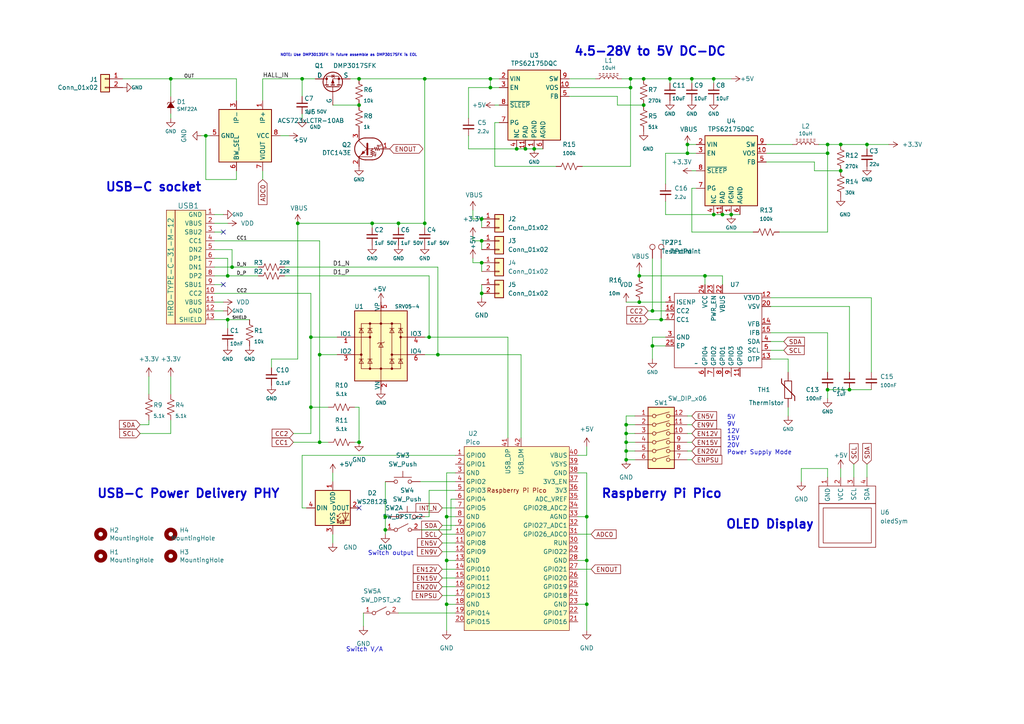
<source format=kicad_sch>
(kicad_sch (version 20230121) (generator eeschema)
  (paper "A4")
  (junction (at 186.69 22.86))
  (junction (at 111.76 153.67))
  (junction (at 115.57 64.77))
  (junction (at 170.18 149.86))
  (junction (at 194.31 22.86))
  (junction (at 111.76 149.86))
  (junction (at 182.88 25.4))
  (junction (at 139.7 69.85))
  (junction (at 139.7 76.2))
  (junction (at 181.61 133.35))
  (junction (at 104.14 22.86))
  (junction (at 243.84 49.53))
  (junction (at 246.38 113.03))
  (junction (at 123.19 64.77))
  (junction (at 149.86 43.18))
  (junction (at 209.55 62.23))
  (junction (at 204.47 80.01))
  (junction (at 142.24 25.4))
  (junction (at 139.7 63.5))
  (junction (at 240.03 44.45))
  (junction (at 181.61 123.19))
  (junction (at 66.04 92.71))
  (junction (at 129.54 149.86))
  (junction (at 104.14 30.48))
  (junction (at 240.03 113.03))
  (junction (at 124.46 97.79))
  (junction (at 123.19 22.86))
  (junction (at 90.17 97.79))
  (junction (at 181.61 128.27))
  (junction (at 59.69 39.37))
  (junction (at 181.61 125.73))
  (junction (at 181.61 130.81))
  (junction (at 185.42 80.01))
  (junction (at 240.03 41.91))
  (junction (at 207.01 62.23))
  (junction (at 251.46 41.91))
  (junction (at 92.71 102.87))
  (junction (at 199.39 41.91))
  (junction (at 186.69 30.48))
  (junction (at 129.54 162.56))
  (junction (at 90.17 118.11))
  (junction (at 92.71 128.27))
  (junction (at 199.39 44.45))
  (junction (at 129.54 175.26))
  (junction (at 142.24 22.86))
  (junction (at 152.4 43.18))
  (junction (at 66.04 80.01))
  (junction (at 189.23 90.17))
  (junction (at 212.09 62.23))
  (junction (at 86.36 64.77))
  (junction (at 170.18 162.56))
  (junction (at 127 102.87))
  (junction (at 207.01 22.86))
  (junction (at 189.23 100.33))
  (junction (at 49.53 22.86))
  (junction (at 185.42 87.63))
  (junction (at 154.94 43.18))
  (junction (at 200.66 22.86))
  (junction (at 243.84 41.91))
  (junction (at 170.18 175.26))
  (junction (at 182.88 22.86))
  (junction (at 104.14 128.27))
  (junction (at 67.31 77.47))
  (junction (at 107.95 64.77))
  (junction (at 87.63 22.86))
  (junction (at 139.7 85.09))
  (junction (at 191.77 92.71))
  (no_connect (at 64.77 67.31))
  (no_connect (at 104.14 147.32))
  (no_connect (at 64.77 82.55))
  (wire (pts (xy 243.84 41.91) (xy 251.46 41.91)))
  (wire (pts (xy 49.53 125.73) (xy 40.64 125.73)))
  (wire (pts (xy 181.61 130.81) (xy 184.15 130.81)))
  (wire (pts (xy 67.31 72.39) (xy 67.31 77.47)))
  (wire (pts (xy 193.04 44.45) (xy 193.04 53.34)))
  (wire (pts (xy 128.27 172.72) (xy 132.08 172.72)))
  (wire (pts (xy 111.76 149.86) (xy 113.03 149.86)))
  (wire (pts (xy 49.53 121.92) (xy 49.53 125.73)))
  (wire (pts (xy 251.46 41.91) (xy 257.81 41.91)))
  (wire (pts (xy 129.54 149.86) (xy 129.54 137.16)))
  (wire (pts (xy 182.88 25.4) (xy 182.88 22.86)))
  (wire (pts (xy 129.54 175.26) (xy 129.54 182.88)))
  (wire (pts (xy 251.46 43.18) (xy 251.46 41.91)))
  (wire (pts (xy 199.39 120.65) (xy 200.66 120.65)))
  (wire (pts (xy 207.01 22.86) (xy 207.01 24.13)))
  (wire (pts (xy 240.03 113.03) (xy 240.03 115.57)))
  (wire (pts (xy 86.36 64.77) (xy 107.95 64.77)))
  (wire (pts (xy 62.23 92.71) (xy 66.04 92.71)))
  (wire (pts (xy 194.31 24.13) (xy 194.31 22.86)))
  (wire (pts (xy 87.63 22.86) (xy 91.44 22.86)))
  (wire (pts (xy 123.19 66.04) (xy 123.19 64.77)))
  (wire (pts (xy 139.7 63.5) (xy 139.7 66.04)))
  (wire (pts (xy 86.36 104.14) (xy 86.36 64.77)))
  (wire (pts (xy 115.57 64.77) (xy 123.19 64.77)))
  (wire (pts (xy 68.58 49.53) (xy 68.58 52.07)))
  (wire (pts (xy 43.18 121.92) (xy 43.18 123.19)))
  (wire (pts (xy 199.39 128.27) (xy 200.66 128.27)))
  (wire (pts (xy 243.84 135.89) (xy 243.84 138.43)))
  (wire (pts (xy 66.04 74.93) (xy 66.04 80.01)))
  (wire (pts (xy 199.39 44.45) (xy 193.04 44.45)))
  (wire (pts (xy 199.39 125.73) (xy 200.66 125.73)))
  (wire (pts (xy 170.18 175.26) (xy 170.18 162.56)))
  (wire (pts (xy 151.13 102.87) (xy 151.13 127)))
  (wire (pts (xy 144.78 22.86) (xy 142.24 22.86)))
  (wire (pts (xy 204.47 82.55) (xy 204.47 80.01)))
  (wire (pts (xy 181.61 130.81) (xy 181.61 133.35)))
  (wire (pts (xy 90.17 118.11) (xy 90.17 97.79)))
  (wire (pts (xy 82.55 77.47) (xy 127 77.47)))
  (wire (pts (xy 147.32 97.79) (xy 147.32 127)))
  (wire (pts (xy 193.04 62.23) (xy 207.01 62.23)))
  (wire (pts (xy 191.77 92.71) (xy 193.04 92.71)))
  (wire (pts (xy 128.27 160.02) (xy 132.08 160.02)))
  (wire (pts (xy 62.23 64.77) (xy 66.04 64.77)))
  (wire (pts (xy 129.54 149.86) (xy 129.54 162.56)))
  (wire (pts (xy 182.88 22.86) (xy 186.69 22.86)))
  (wire (pts (xy 96.52 30.48) (xy 104.14 30.48)))
  (wire (pts (xy 199.39 133.35) (xy 200.66 133.35)))
  (wire (pts (xy 62.23 85.09) (xy 90.17 85.09)))
  (wire (pts (xy 102.87 128.27) (xy 104.14 128.27)))
  (wire (pts (xy 251.46 134.62) (xy 251.46 138.43)))
  (wire (pts (xy 209.55 62.23) (xy 212.09 62.23)))
  (wire (pts (xy 62.23 80.01) (xy 66.04 80.01)))
  (wire (pts (xy 212.09 62.23) (xy 214.63 62.23)))
  (wire (pts (xy 87.63 22.86) (xy 76.2 22.86)))
  (wire (pts (xy 128.27 154.94) (xy 132.08 154.94)))
  (wire (pts (xy 76.2 22.86) (xy 76.2 29.21)))
  (wire (pts (xy 181.61 133.35) (xy 184.15 133.35)))
  (wire (pts (xy 179.07 30.48) (xy 179.07 27.94)))
  (wire (pts (xy 66.04 95.25) (xy 66.04 92.71)))
  (wire (pts (xy 199.39 123.19) (xy 200.66 123.19)))
  (wire (pts (xy 226.06 67.31) (xy 240.03 67.31)))
  (wire (pts (xy 115.57 66.04) (xy 115.57 64.77)))
  (wire (pts (xy 102.87 118.11) (xy 104.14 118.11)))
  (wire (pts (xy 49.53 27.94) (xy 49.53 22.86)))
  (wire (pts (xy 143.51 35.56) (xy 144.78 35.56)))
  (wire (pts (xy 181.61 120.65) (xy 184.15 120.65)))
  (wire (pts (xy 252.73 107.95) (xy 252.73 86.36)))
  (wire (pts (xy 64.77 87.63) (xy 62.23 87.63)))
  (wire (pts (xy 193.04 87.63) (xy 185.42 87.63)))
  (wire (pts (xy 78.74 104.14) (xy 86.36 104.14)))
  (wire (pts (xy 59.69 52.07) (xy 59.69 39.37)))
  (wire (pts (xy 64.77 62.23) (xy 62.23 62.23)))
  (wire (pts (xy 128.27 170.18) (xy 132.08 170.18)))
  (wire (pts (xy 194.31 22.86) (xy 200.66 22.86)))
  (wire (pts (xy 189.23 100.33) (xy 193.04 100.33)))
  (wire (pts (xy 222.25 44.45) (xy 240.03 44.45)))
  (wire (pts (xy 92.71 128.27) (xy 85.09 128.27)))
  (wire (pts (xy 143.51 35.56) (xy 143.51 48.26)))
  (wire (pts (xy 64.77 90.17) (xy 62.23 90.17)))
  (wire (pts (xy 240.03 96.52) (xy 223.52 96.52)))
  (wire (pts (xy 124.46 142.24) (xy 132.08 142.24)))
  (wire (pts (xy 240.03 41.91) (xy 237.49 41.91)))
  (wire (pts (xy 128.27 152.4) (xy 132.08 152.4)))
  (wire (pts (xy 62.23 77.47) (xy 67.31 77.47)))
  (wire (pts (xy 223.52 101.6) (xy 227.33 101.6)))
  (wire (pts (xy 181.61 123.19) (xy 184.15 123.19)))
  (wire (pts (xy 201.93 44.45) (xy 199.39 44.45)))
  (wire (pts (xy 137.16 76.2) (xy 139.7 76.2)))
  (wire (pts (xy 129.54 162.56) (xy 132.08 162.56)))
  (wire (pts (xy 137.16 68.58) (xy 137.16 69.85)))
  (wire (pts (xy 115.57 177.8) (xy 132.08 177.8)))
  (wire (pts (xy 139.7 82.55) (xy 139.7 85.09)))
  (wire (pts (xy 83.82 39.37) (xy 81.28 39.37)))
  (wire (pts (xy 49.53 33.02) (xy 49.53 34.29)))
  (wire (pts (xy 82.55 80.01) (xy 124.46 80.01)))
  (wire (pts (xy 49.53 22.86) (xy 68.58 22.86)))
  (wire (pts (xy 74.93 80.01) (xy 66.04 80.01)))
  (wire (pts (xy 199.39 44.45) (xy 199.39 41.91)))
  (wire (pts (xy 223.52 99.06) (xy 227.33 99.06)))
  (wire (pts (xy 142.24 25.4) (xy 135.89 25.4)))
  (wire (pts (xy 193.04 58.42) (xy 193.04 62.23)))
  (wire (pts (xy 121.92 153.67) (xy 130.81 153.67)))
  (wire (pts (xy 123.19 97.79) (xy 124.46 97.79)))
  (wire (pts (xy 201.93 41.91) (xy 199.39 41.91)))
  (wire (pts (xy 209.55 82.55) (xy 209.55 80.01)))
  (wire (pts (xy 152.4 43.18) (xy 154.94 43.18)))
  (wire (pts (xy 97.79 102.87) (xy 92.71 102.87)))
  (wire (pts (xy 92.71 102.87) (xy 92.71 69.85)))
  (wire (pts (xy 191.77 74.93) (xy 191.77 92.71)))
  (wire (pts (xy 187.96 92.71) (xy 191.77 92.71)))
  (wire (pts (xy 179.07 30.48) (xy 186.69 30.48)))
  (wire (pts (xy 165.1 27.94) (xy 179.07 27.94)))
  (wire (pts (xy 87.63 147.32) (xy 88.9 147.32)))
  (wire (pts (xy 240.03 107.95) (xy 240.03 96.52)))
  (wire (pts (xy 64.77 82.55) (xy 62.23 82.55)))
  (wire (pts (xy 104.14 118.11) (xy 104.14 128.27)))
  (wire (pts (xy 228.6 107.95) (xy 228.6 104.14)))
  (wire (pts (xy 87.63 34.29) (xy 87.63 33.02)))
  (wire (pts (xy 87.63 132.08) (xy 87.63 147.32)))
  (wire (pts (xy 232.41 135.89) (xy 232.41 139.7)))
  (wire (pts (xy 90.17 125.73) (xy 90.17 118.11)))
  (wire (pts (xy 97.79 97.79) (xy 90.17 97.79)))
  (wire (pts (xy 187.96 90.17) (xy 189.23 90.17)))
  (wire (pts (xy 135.89 25.4) (xy 135.89 34.29)))
  (wire (pts (xy 199.39 130.81) (xy 200.66 130.81)))
  (wire (pts (xy 200.66 54.61) (xy 200.66 67.31)))
  (wire (pts (xy 246.38 88.9) (xy 223.52 88.9)))
  (wire (pts (xy 189.23 74.93) (xy 189.23 90.17)))
  (wire (pts (xy 129.54 175.26) (xy 132.08 175.26)))
  (wire (pts (xy 200.66 24.13) (xy 200.66 22.86)))
  (wire (pts (xy 252.73 86.36) (xy 223.52 86.36)))
  (wire (pts (xy 222.25 41.91) (xy 229.87 41.91)))
  (wire (pts (xy 189.23 97.79) (xy 189.23 100.33)))
  (wire (pts (xy 144.78 25.4) (xy 142.24 25.4)))
  (wire (pts (xy 181.61 120.65) (xy 181.61 123.19)))
  (wire (pts (xy 105.41 177.8) (xy 105.41 181.61)))
  (wire (pts (xy 128.27 147.32) (xy 132.08 147.32)))
  (wire (pts (xy 236.22 49.53) (xy 236.22 46.99)))
  (wire (pts (xy 222.25 46.99) (xy 236.22 46.99)))
  (wire (pts (xy 240.03 135.89) (xy 232.41 135.89)))
  (wire (pts (xy 68.58 29.21) (xy 68.58 22.86)))
  (wire (pts (xy 201.93 49.53) (xy 200.66 49.53)))
  (wire (pts (xy 137.16 63.5) (xy 139.7 63.5)))
  (wire (pts (xy 111.76 153.67) (xy 111.76 154.94)))
  (wire (pts (xy 167.64 132.08) (xy 170.18 132.08)))
  (wire (pts (xy 95.25 118.11) (xy 90.17 118.11)))
  (wire (pts (xy 128.27 157.48) (xy 132.08 157.48)))
  (wire (pts (xy 240.03 41.91) (xy 243.84 41.91)))
  (wire (pts (xy 149.86 43.18) (xy 152.4 43.18)))
  (wire (pts (xy 124.46 80.01) (xy 124.46 97.79)))
  (wire (pts (xy 92.71 102.87) (xy 92.71 128.27)))
  (wire (pts (xy 85.09 125.73) (xy 90.17 125.73)))
  (wire (pts (xy 123.19 22.86) (xy 142.24 22.86)))
  (wire (pts (xy 96.52 137.16) (xy 96.52 139.7)))
  (wire (pts (xy 139.7 69.85) (xy 139.7 72.39)))
  (wire (pts (xy 124.46 149.86) (xy 124.46 142.24)))
  (wire (pts (xy 137.16 69.85) (xy 139.7 69.85)))
  (wire (pts (xy 240.03 44.45) (xy 240.03 41.91)))
  (wire (pts (xy 240.03 113.03) (xy 246.38 113.03)))
  (wire (pts (xy 144.78 30.48) (xy 143.51 30.48)))
  (wire (pts (xy 78.74 106.68) (xy 78.74 104.14)))
  (wire (pts (xy 137.16 74.93) (xy 137.16 76.2)))
  (wire (pts (xy 62.23 72.39) (xy 67.31 72.39)))
  (wire (pts (xy 96.52 154.94) (xy 96.52 157.48)))
  (wire (pts (xy 111.76 139.7) (xy 111.76 149.86)))
  (wire (pts (xy 170.18 162.56) (xy 170.18 149.86)))
  (wire (pts (xy 182.88 48.26) (xy 182.88 25.4)))
  (wire (pts (xy 167.64 175.26) (xy 170.18 175.26)))
  (wire (pts (xy 139.7 76.2) (xy 139.7 78.74)))
  (wire (pts (xy 193.04 97.79) (xy 189.23 97.79)))
  (wire (pts (xy 185.42 80.01) (xy 185.42 78.74)))
  (wire (pts (xy 129.54 175.26) (xy 129.54 162.56)))
  (wire (pts (xy 167.64 154.94) (xy 171.45 154.94)))
  (wire (pts (xy 207.01 22.86) (xy 212.09 22.86)))
  (wire (pts (xy 68.58 52.07) (xy 59.69 52.07)))
  (wire (pts (xy 207.01 62.23) (xy 209.55 62.23)))
  (wire (pts (xy 236.22 49.53) (xy 243.84 49.53)))
  (wire (pts (xy 167.64 162.56) (xy 170.18 162.56)))
  (wire (pts (xy 107.95 66.04) (xy 107.95 64.77)))
  (wire (pts (xy 167.64 149.86) (xy 170.18 149.86)))
  (wire (pts (xy 87.63 27.94) (xy 87.63 22.86)))
  (wire (pts (xy 228.6 104.14) (xy 223.52 104.14)))
  (wire (pts (xy 246.38 107.95) (xy 246.38 88.9)))
  (wire (pts (xy 204.47 80.01) (xy 185.42 80.01)))
  (wire (pts (xy 135.89 39.37) (xy 135.89 43.18)))
  (wire (pts (xy 246.38 113.03) (xy 252.73 113.03)))
  (wire (pts (xy 137.16 60.96) (xy 137.16 63.5)))
  (wire (pts (xy 64.77 67.31) (xy 62.23 67.31)))
  (wire (pts (xy 240.03 138.43) (xy 240.03 135.89)))
  (wire (pts (xy 129.54 149.86) (xy 132.08 149.86)))
  (wire (pts (xy 168.91 48.26) (xy 182.88 48.26)))
  (wire (pts (xy 87.63 132.08) (xy 132.08 132.08)))
  (wire (pts (xy 121.92 139.7) (xy 132.08 139.7)))
  (wire (pts (xy 43.18 123.19) (xy 40.64 123.19)))
  (wire (pts (xy 67.31 77.47) (xy 74.93 77.47)))
  (wire (pts (xy 128.27 167.64) (xy 132.08 167.64)))
  (wire (pts (xy 167.64 165.1) (xy 171.45 165.1)))
  (wire (pts (xy 60.96 39.37) (xy 59.69 39.37)))
  (wire (pts (xy 182.88 22.86) (xy 180.34 22.86)))
  (wire (pts (xy 135.89 43.18) (xy 149.86 43.18)))
  (wire (pts (xy 49.53 109.22) (xy 49.53 114.3)))
  (wire (pts (xy 170.18 182.88) (xy 170.18 175.26)))
  (wire (pts (xy 170.18 132.08) (xy 170.18 129.54)))
  (wire (pts (xy 189.23 90.17) (xy 193.04 90.17)))
  (wire (pts (xy 200.66 54.61) (xy 201.93 54.61)))
  (wire (pts (xy 200.66 22.86) (xy 207.01 22.86)))
  (wire (pts (xy 124.46 97.79) (xy 147.32 97.79)))
  (wire (pts (xy 59.69 39.37) (xy 58.42 39.37)))
  (wire (pts (xy 62.23 69.85) (xy 92.71 69.85)))
  (wire (pts (xy 130.81 144.78) (xy 132.08 144.78)))
  (wire (pts (xy 170.18 137.16) (xy 167.64 137.16)))
  (wire (pts (xy 240.03 67.31) (xy 240.03 44.45)))
  (wire (pts (xy 186.69 22.86) (xy 194.31 22.86)))
  (wire (pts (xy 181.61 128.27) (xy 184.15 128.27)))
  (wire (pts (xy 101.6 22.86) (xy 104.14 22.86)))
  (wire (pts (xy 142.24 25.4) (xy 142.24 22.86)))
  (wire (pts (xy 200.66 67.31) (xy 218.44 67.31)))
  (wire (pts (xy 72.39 92.71) (xy 66.04 92.71)))
  (wire (pts (xy 111.76 149.86) (xy 111.76 153.67)))
  (wire (pts (xy 129.54 137.16) (xy 132.08 137.16)))
  (wire (pts (xy 127 102.87) (xy 151.13 102.87)))
  (wire (pts (xy 170.18 149.86) (xy 170.18 137.16)))
  (wire (pts (xy 104.14 22.86) (xy 123.19 22.86)))
  (wire (pts (xy 123.19 22.86) (xy 123.19 64.77)))
  (wire (pts (xy 123.19 102.87) (xy 127 102.87)))
  (wire (pts (xy 43.18 109.22) (xy 43.18 114.3)))
  (wire (pts (xy 130.81 153.67) (xy 130.81 144.78)))
  (wire (pts (xy 209.55 80.01) (xy 204.47 80.01)))
  (wire (pts (xy 90.17 97.79) (xy 90.17 85.09)))
  (wire (pts (xy 76.2 49.53) (xy 76.2 52.07)))
  (wire (pts (xy 95.25 128.27) (xy 92.71 128.27)))
  (wire (pts (xy 143.51 48.26) (xy 161.29 48.26)))
  (wire (pts (xy 62.23 74.93) (xy 66.04 74.93)))
  (wire (pts (xy 181.61 123.19) (xy 181.61 125.73)))
  (wire (pts (xy 189.23 100.33) (xy 189.23 104.14)))
  (wire (pts (xy 165.1 25.4) (xy 182.88 25.4)))
  (wire (pts (xy 35.56 22.86) (xy 49.53 22.86)))
  (wire (pts (xy 228.6 118.11) (xy 228.6 120.65)))
  (wire (pts (xy 181.61 125.73) (xy 184.15 125.73)))
  (wire (pts (xy 139.7 85.09) (xy 139.7 86.36)))
  (wire (pts (xy 165.1 22.86) (xy 172.72 22.86)))
  (wire (pts (xy 107.95 64.77) (xy 115.57 64.77)))
  (wire (pts (xy 154.94 43.18) (xy 157.48 43.18)))
  (wire (pts (xy 181.61 128.27) (xy 181.61 130.81)))
  (wire (pts (xy 247.65 134.62) (xy 247.65 138.43)))
  (wire (pts (xy 123.19 149.86) (xy 124.46 149.86)))
  (wire (pts (xy 127 77.47) (xy 127 102.87)))
  (wire (pts (xy 181.61 87.63) (xy 185.42 87.63)))
  (wire (pts (xy 128.27 165.1) (xy 132.08 165.1)))
  (wire (pts (xy 181.61 125.73) (xy 181.61 128.27)))
  (text "Switch V/A" (at 100.33 189.23 0) (effects (font (size 1.27 1.27)) (justify left bottom)))
  (text "5V\n9V\n12V\n15V\n20V\nPower Supply Mode" (at 210.82 132.08 0) (effects (font (size 1.27 1.27)) (justify left bottom)))
  (text "Switch output" (at 106.68 161.29 0) (effects (font (size 1.27 1.27)) (justify left bottom)))
  (text "OLED Display\n" (at 236.22 153.67 0) (effects (font (size 2.54 2.54) (thickness 0.508) bold) (justify right bottom)))
  (text "Raspberry Pi Pico\n" (at 209.55 144.78 0) (effects (font (size 2.54 2.54) (thickness 0.508) bold) (justify right bottom)))
  (text "4.5-28V to 5V DC-DC" (at 166.37 16.51 0) (effects (font (size 2.54 2.54) (thickness 0.508) bold) (justify left bottom)))
  (text "USB-C Power Delivery PHY" (at 81.28 144.78 0) (effects (font (size 2.54 2.54) (thickness 0.508) bold) (justify right bottom)))
  (text "NOTE: Use DMP3013SFK in future assemble as DMP3017SFK is EOL" (at 81.28 16.51 0) (effects (font (size 0.762 0.762)) (justify left bottom)))
  (text "USB-C socket" (at 30.48 55.88 0) (effects (font (size 2.54 2.54) (thickness 0.508) bold) (justify left bottom)))
  (label "OUT" (at 53.34 22.86 0) (effects (font (size 0.9906 0.9906))))
  (label "D1_P" (at 96.52 80.01 0))
  (label "D_P" (at 68.58 80.01 0) (effects (font (size 0.9906 0.9906))))
  (label "SHIELD" (at 67.31 92.71 0) (effects (font (size 0.7874 0.7874))))
  (label "CC2" (at 68.58 85.09 0) (effects (font (size 0.9906 0.9906))))
  (label "HALL_IN" (at 76.2 22.86 0))
  (label "D_N" (at 68.58 77.47 0) (effects (font (size 0.9906 0.9906))))
  (label "D1_N" (at 96.52 77.47 0))
  (label "CC1" (at 68.58 69.85 0) (effects (font (size 0.9906 0.9906))))
  (global_label "CC1" (shape input) (at 187.96 92.71 180) (property "Intersheetrefs" "${INTERSHEET_REFS}" (effects hide)))
  (global_label "INT_N" (shape input) (at 128.27 147.32 180) (property "Intersheetrefs" "${INTERSHEET_REFS}" (effects hide)))
  (global_label "SCL" (shape input) (at 40.64 125.73 180) (property "Intersheetrefs" "${INTERSHEET_REFS}" (effects hide)))
  (global_label "EN20V" (shape input) (at 128.27 170.18 180) (property "Intersheetrefs" "${INTERSHEET_REFS}" (effects hide)))
  (global_label "EN12V" (shape input) (at 200.66 125.73 0) (property "Intersheetrefs" "${INTERSHEET_REFS}" (effects hide)))
  (global_label "EN9V" (shape input) (at 128.27 160.02 180) (property "Intersheetrefs" "${INTERSHEET_REFS}" (effects hide)))
  (global_label "SDA" (shape input) (at 227.33 99.06 0) (property "Intersheetrefs" "${INTERSHEET_REFS}" (effects hide)))
  (global_label "ADC0" (shape input) (at 76.2 52.07 270) (property "Intersheetrefs" "${INTERSHEET_REFS}" (effects hide)))
  (global_label "EN20V" (shape input) (at 200.66 130.81 0) (property "Intersheetrefs" "${INTERSHEET_REFS}" (effects hide)))
  (global_label "SDA" (shape input) (at 251.46 134.62 90) (property "Intersheetrefs" "${INTERSHEET_REFS}" (effects hide)))
  (global_label "ENPSU" (shape input) (at 200.66 133.35 0) (property "Intersheetrefs" "${INTERSHEET_REFS}" (effects hide)))
  (global_label "EN9V" (shape input) (at 200.66 123.19 0) (property "Intersheetrefs" "${INTERSHEET_REFS}" (effects hide)))
  (global_label "EN15V" (shape input) (at 128.27 167.64 180) (property "Intersheetrefs" "${INTERSHEET_REFS}" (effects hide)))
  (global_label "SCL" (shape input) (at 128.27 154.94 180) (property "Intersheetrefs" "${INTERSHEET_REFS}" (effects hide)))
  (global_label "SDA" (shape input) (at 128.27 152.4 180) (property "Intersheetrefs" "${INTERSHEET_REFS}" (effects hide)))
  (global_label "CC2" (shape input) (at 85.09 125.73 180) (property "Intersheetrefs" "${INTERSHEET_REFS}" (effects hide)))
  (global_label "SDA" (shape input) (at 40.64 123.19 180) (property "Intersheetrefs" "${INTERSHEET_REFS}" (effects hide)))
  (global_label "ADC0" (shape input) (at 171.45 154.94 0) (property "Intersheetrefs" "${INTERSHEET_REFS}" (effects hide)))
  (global_label "EN5V" (shape input) (at 128.27 157.48 180) (property "Intersheetrefs" "${INTERSHEET_REFS}" (effects hide)))
  (global_label "ENOUT" (shape input) (at 171.45 165.1 0) (property "Intersheetrefs" "${INTERSHEET_REFS}" (effects hide)))
  (global_label "EN5V" (shape input) (at 200.66 120.65 0) (property "Intersheetrefs" "${INTERSHEET_REFS}" (effects hide)))
  (global_label "SCL" (shape input) (at 227.33 101.6 0) (property "Intersheetrefs" "${INTERSHEET_REFS}" (effects hide)))
  (global_label "ENPSU" (shape input) (at 128.27 172.72 180) (property "Intersheetrefs" "${INTERSHEET_REFS}" (effects hide)))
  (global_label "EN12V" (shape input) (at 128.27 165.1 180) (property "Intersheetrefs" "${INTERSHEET_REFS}" (effects hide)))
  (global_label "CC2" (shape input) (at 187.96 90.17 180) (property "Intersheetrefs" "${INTERSHEET_REFS}" (effects hide)))
  (global_label "CC1" (shape input) (at 85.09 128.27 180) (property "Intersheetrefs" "${INTERSHEET_REFS}" (effects hide)))
  (global_label "EN15V" (shape input) (at 200.66 128.27 0) (property "Intersheetrefs" "${INTERSHEET_REFS}" (effects hide)))
  (global_label "SCL" (shape input) (at 247.65 134.62 90) (property "Intersheetrefs" "${INTERSHEET_REFS}" (effects hide)))
  (global_label "ENOUT" (shape bidirectional) (at 113.03 43.18 0) (property "Intersheetrefs" "${INTERSHEET_REFS}" (effects hide)))
  (symbol (lib_id "-Flag:GND") (at 110.49 113.03 0) (unit 1)
    (property "Reference" "#PWR041" (effects hide))
    (property "Value" "GND" (at 110.49 116.84 0) (effects (font (size 1.016 1.016))))
  )
  (symbol (lib_id "-Flag:GND") (at 66.04 100.33 0) (unit 1)
    (property "Reference" "#PWR035" (effects hide))
    (property "Value" "GND" (at 66.04 104.14 0) (effects (font (size 1.016 1.016))))
  )
  (symbol (lib_id "-Flag:GND") (at 72.39 100.33 0) (unit 1)
    (property "Reference" "#PWR036" (effects hide))
    (property "Value" "GND" (at 72.39 104.14 0) (effects (font (size 1.016 1.016))))
  )
  (symbol (lib_id "-Passive:C") (at 107.95 68.58 0) (unit 1)
    (property "Reference" "C2" (at 108.585 66.675 0) (effects (justify left)))
    (property "Value" "1uF 50V" (at 108.585 70.485 0) (effects (font (size 1.016 1.016)) (justify left)))
    (property "Footprint" "Capacitor_SMD:C_0805_2012Metric" (effects hide))
  )
  (symbol (lib_id "-Passive:C") (at 123.19 68.58 0) (unit 1)
    (property "Reference" "C4" (at 123.825 66.675 0) (effects (justify left)))
    (property "Value" "1uF 50V" (at 123.825 70.485 0) (effects (font (size 1.016 1.016)) (justify left)))
    (property "Footprint" "Capacitor_SMD:C_0805_2012Metric" (effects hide))
  )
  (symbol (lib_id "-Flag:GND") (at 107.95 71.12 0) (unit 1)
    (property "Reference" "#PWR023" (effects hide))
    (property "Value" "GND" (at 107.95 74.93 0) (effects (font (size 1.016 1.016))))
  )
  (symbol (lib_id "-Flag:GND") (at 123.19 71.12 0) (unit 1)
    (property "Reference" "#PWR025" (effects hide))
    (property "Value" "GND" (at 123.19 74.93 0) (effects (font (size 1.016 1.016))))
  )
  (symbol (lib_id "-Passive:C") (at 115.57 68.58 0) (unit 1)
    (property "Reference" "C6" (at 116.205 66.675 0) (effects (justify left)))
    (property "Value" "1uF 50V" (at 116.205 70.485 0) (effects (font (size 1.016 1.016)) (justify left)))
    (property "Footprint" "Capacitor_SMD:C_0805_2012Metric" (effects hide))
  )
  (symbol (lib_id "-Flag:GND") (at 115.57 71.12 0) (unit 1)
    (property "Reference" "#PWR024" (effects hide))
    (property "Value" "GND" (at 115.57 74.93 0) (effects (font (size 1.016 1.016))))
  )
  (symbol (lib_id "-Flag:+5V") (at 110.49 87.63 0) (unit 1)
    (property "Reference" "#PWR031" (effects hide))
    (property "Value" "+5V" (at 107.95 83.82 0) (effects (justify left)))
  )
  (symbol (lib_id "-Flag:+5V") (at 143.51 30.48 90) (unit 1)
    (property "Reference" "#PWR06" (effects hide))
    (property "Value" "+5V" (at 140.97 30.48 90) (effects (justify left)))
  )
  (symbol (lib_id "-Discrete:DMP3017SFK") (at 96.52 25.4 90) (unit 1)
    (property "Reference" "Q1" (at 93.98 19.05 90) (effects (justify left)))
    (property "Value" "DMP3017SFK" (at 109.22 19.05 90) (effects (justify left)))
    (property "Footprint" "-Chip:DFN-2523-6" (effects hide))
  )
  (symbol (lib_id "-Discrete:DTC143E") (at 106.68 43.18 0) (mirror y) (unit 1)
    (property "Reference" "Q2" (at 101.9048 42.0116 0) (effects (justify left)))
    (property "Value" "DTC143E" (at 101.9048 44.323 0) (effects (justify left)))
    (property "Footprint" "-Discrete:SOT-323_SC-70" (effects hide))
  )
  (symbol (lib_id "-Passive:R") (at 104.14 26.67 0) (unit 1)
    (property "Reference" "R6" (at 105.41 26.035 0) (effects (justify left)))
    (property "Value" "10k" (at 105.41 29.21 0) (effects (font (size 1.016 1.016)) (justify left)))
    (property "Footprint" "Resistor_SMD:R_0805_2012Metric" (effects hide))
  )
  (symbol (lib_id "-Passive:R") (at 104.14 34.29 0) (unit 1)
    (property "Reference" "R8" (at 105.41 33.655 0) (effects (justify left)))
    (property "Value" "1k" (at 105.41 36.83 0) (effects (font (size 1.016 1.016)) (justify left)))
    (property "Footprint" "Resistor_SMD:R_0805_2012Metric" (effects hide))
  )
  (symbol (lib_id "-Flag:GND") (at 104.14 48.26 0) (unit 1)
    (property "Reference" "#PWR013" (effects hide))
    (property "Value" "GND" (at 104.14 52.07 0) (effects (font (size 1.016 1.016))))
  )
  (symbol (lib_id "-Flag:VBUS") (at 86.36 64.77 0) (unit 1)
    (property "Reference" "#PWR020" (effects hide))
    (property "Value" "VBUS" (at 86.741 60.3758 0))
  )
  (symbol (lib_id "-Flag:GND") (at 87.63 34.29 0) (unit 1)
    (property "Reference" "#PWR09" (effects hide))
    (property "Value" "GND" (at 91.44 36.83 0) (effects (font (size 1.016 1.016))))
  )
  (symbol (lib_id "-Passive:C") (at 87.63 30.48 0) (unit 1)
    (property "Reference" "C7" (at 88.265 28.575 0) (effects (justify left)))
    (property "Value" "1uF 50V" (at 88.265 32.385 0) (effects (font (size 1.016 1.016)) (justify left)))
    (property "Footprint" "Capacitor_SMD:C_0805_2012Metric" (effects hide))
  )
  (symbol (lib_id "-Connector:MountingHole") (at 29.21 154.94 0) (unit 1)
    (property "Reference" "H2" (at 31.75 153.7716 0) (effects (justify left)))
    (property "Value" "MountingHole" (at 31.75 156.083 0) (effects (justify left)))
    (property "Footprint" "-Hole:D1_8_PAD" (effects hide))
  )
  (symbol (lib_id "-Connector:MountingHole") (at 29.21 161.29 0) (unit 1)
    (property "Reference" "H1" (at 31.75 160.1216 0) (effects (justify left)))
    (property "Value" "MountingHole" (at 31.75 162.433 0) (effects (justify left)))
    (property "Footprint" "-Hole:D1_8_PAD" (effects hide))
  )
  (symbol (lib_id "-Connector:MountingHole") (at 49.53 154.94 0) (unit 1)
    (property "Reference" "H4" (at 52.07 153.7716 0) (effects (justify left)))
    (property "Value" "MountingHole" (at 49.53 156.083 0) (effects (justify left)))
    (property "Footprint" "-Hole:D1_8_PAD" (effects hide))
  )
  (symbol (lib_id "-Connector:MountingHole") (at 49.53 161.29 0) (unit 1)
    (property "Reference" "H3" (at 52.07 160.1216 0) (effects (justify left)))
    (property "Value" "MountingHole" (at 52.07 162.433 0) (effects (justify left)))
    (property "Footprint" "-Hole:D1_8_PAD" (effects hide))
  )
  (symbol (lib_id "-Passive:R") (at 78.74 77.47 270) (unit 1)
    (property "Reference" "R3" (at 74.93 76.2 90))
    (property "Value" "22R" (at 82.55 76.2 90) (effects (font (size 1.016 1.016))))
    (property "Footprint" "Resistor_SMD:R_0805_2012Metric" (effects hide))
  )
  (symbol (lib_id "-Passive:R") (at 78.74 80.01 270) (unit 1)
    (property "Reference" "R2" (at 74.93 78.74 90))
    (property "Value" "22R" (at 82.55 78.74 90) (effects (font (size 1.016 1.016))))
    (property "Footprint" "Resistor_SMD:R_0805_2012Metric" (effects hide))
  )
  (symbol (lib_id "-Connector:HRO-TYPE-C-31-M-12") (at 59.69 76.2 0) (unit 1)
    (property "Reference" "USB1" (at 54.61 59.69 0) (effects (font (size 1.524 1.524))))
    (property "Value" "HRO-TYPE-C-31-M-12" (at 49.53 77.47 90) (effects (font (size 1.524 1.524))))
    (property "Footprint" "-Connector:HRO-TYPE-C-31-M-12" (effects hide))
  )
  (symbol (lib_id "-Flag:GND") (at 64.77 62.23 90) (unit 1)
    (property "Reference" "#PWR017" (effects hide))
    (property "Value" "GND" (at 67.31 62.23 90) (effects (font (size 1.016 1.016)) (justify right)))
  )
  (symbol (lib_id "-Flag:GND") (at 64.77 90.17 90) (unit 1)
    (property "Reference" "#PWR033" (effects hide))
    (property "Value" "GND" (at 67.31 90.17 90) (effects (font (size 1.016 1.016)) (justify right)))
  )
  (symbol (lib_id "-Passive:R") (at 72.39 96.52 0) (unit 1)
    (property "Reference" "R1" (at 73.66 95.885 0) (effects (justify left)))
    (property "Value" "10k" (at 73.66 99.06 0) (effects (font (size 1.016 1.016)) (justify left)))
    (property "Footprint" "Resistor_SMD:R_0805_2012Metric" (effects hide))
  )
  (symbol (lib_id "-Passive:C") (at 78.74 109.22 0) (unit 1)
    (property "Reference" "C10" (at 80.01 107.315 0) (effects (justify left)))
    (property "Value" "0.1uF" (at 80.01 111.125 0) (effects (font (size 1.016 1.016)) (justify left)))
    (property "Footprint" "Capacitor_SMD:C_0805_2012Metric" (effects hide))
  )
  (symbol (lib_id "-Passive:C") (at 66.04 97.79 0) (unit 1)
    (property "Reference" "C1" (at 66.675 95.885 0) (effects (justify left)))
    (property "Value" "10nF" (at 66.675 99.695 0) (effects (font (size 1.016 1.016)) (justify left)))
    (property "Footprint" "Capacitor_SMD:C_0805_2012Metric" (effects hide))
  )
  (symbol (lib_id "-Passive:R") (at 43.18 118.11 0) (unit 1)
    (property "Reference" "R9" (at 44.45 117.475 0) (effects (justify left)))
    (property "Value" "5.1k" (at 44.45 120.65 0) (effects (font (size 1.016 1.016)) (justify left)))
    (property "Footprint" "Resistor_SMD:R_0805_2012Metric" (effects hide))
  )
  (symbol (lib_id "-Passive:R") (at 49.53 118.11 0) (unit 1)
    (property "Reference" "R4" (at 50.8 117.475 0) (effects (justify left)))
    (property "Value" "5.1k" (at 50.8 120.65 0) (effects (font (size 1.016 1.016)) (justify left)))
    (property "Footprint" "Resistor_SMD:R_0805_2012Metric" (effects hide))
  )
  (symbol (lib_id "-Chip:TPS62175DQC") (at 154.94 30.48 0) (unit 1)
    (property "Reference" "U3" (at 154.94 16.0782 0))
    (property "Value" "TPS62175DQC" (at 154.94 18.3896 0))
    (property "Footprint" "-Chip:WSON-10-1EP_2x3mm_P0.5mm_EP0.84x2.4mm" (effects hide))
    (property "Datasheet" "http://www.ti.com/lit/ds/symlink/tps62177.pdf" (effects hide))
  )
  (symbol (lib_id "-Passive:L_cored") (at 176.53 22.86 0) (unit 1)
    (property "Reference" "L1" (at 176.53 17.5514 0))
    (property "Value" "10uH" (at 176.53 19.685 0) (effects (font (size 1.016 1.016))))
    (property "Footprint" "-Passive:L_4012" (effects hide))
  )
  (symbol (lib_id "-Passive:R") (at 186.69 26.67 0) (unit 1)
    (property "Reference" "R7" (at 187.96 26.035 0) (effects (justify left)))
    (property "Value" "270k" (at 187.96 29.21 0) (effects (font (size 1.016 1.016)) (justify left)))
    (property "Footprint" "Resistor_SMD:R_0805_2012Metric" (effects hide))
  )
  (symbol (lib_id "-Passive:R") (at 186.69 34.29 0) (unit 1)
    (property "Reference" "R5" (at 187.96 33.655 0) (effects (justify left)))
    (property "Value" "51k" (at 187.96 36.83 0) (effects (font (size 1.016 1.016)) (justify left)))
    (property "Footprint" "Resistor_SMD:R_0805_2012Metric" (effects hide))
  )
  (symbol (lib_id "-Flag:GND") (at 186.69 38.1 0) (unit 1)
    (property "Reference" "#PWR010" (effects hide))
    (property "Value" "GND" (at 187.96 43.18 0) (effects (font (size 1.016 1.016))))
  )
  (symbol (lib_id "-Flag:GND") (at 154.94 43.18 0) (unit 1)
    (property "Reference" "#PWR012" (effects hide))
    (property "Value" "GND" (at 154.94 46.99 0) (effects (font (size 1.016 1.016))))
  )
  (symbol (lib_id "-Flag:GND") (at 194.31 29.21 0) (unit 1)
    (property "Reference" "#PWR03" (effects hide))
    (property "Value" "GND" (at 194.31 33.02 0) (effects (font (size 1.016 1.016))))
  )
  (symbol (lib_id "-Passive:C") (at 194.31 26.67 0) (unit 1)
    (property "Reference" "C11" (at 194.945 24.765 0) (effects (justify left)))
    (property "Value" "10uF" (at 194.945 28.575 0) (effects (font (size 1.016 1.016)) (justify left)))
    (property "Footprint" "Capacitor_SMD:C_0805_2012Metric" (effects hide))
  )
  (symbol (lib_id "-Flag:GND") (at 200.66 29.21 0) (unit 1)
    (property "Reference" "#PWR04" (effects hide))
    (property "Value" "GND" (at 200.66 33.02 0) (effects (font (size 1.016 1.016))))
  )
  (symbol (lib_id "-Passive:C") (at 200.66 26.67 0) (unit 1)
    (property "Reference" "C9" (at 201.295 24.765 0) (effects (justify left)))
    (property "Value" "10uF" (at 201.295 28.575 0) (effects (font (size 1.016 1.016)) (justify left)))
    (property "Footprint" "Capacitor_SMD:C_0805_2012Metric" (effects hide))
  )
  (symbol (lib_id "-Flag:GND") (at 207.01 29.21 0) (unit 1)
    (property "Reference" "#PWR05" (effects hide))
    (property "Value" "GND" (at 207.01 33.02 0) (effects (font (size 1.016 1.016))))
  )
  (symbol (lib_id "-Flag:+5V") (at 212.09 22.86 270) (unit 1)
    (property "Reference" "#PWR01" (effects hide))
    (property "Value" "+5V" (at 214.63 22.86 90) (effects (justify left)))
  )
  (symbol (lib_id "-Flag:GND") (at 78.74 111.76 0) (unit 1)
    (property "Reference" "#PWR039" (effects hide))
    (property "Value" "GND" (at 78.74 115.57 0) (effects (font (size 1.016 1.016))))
  )
  (symbol (lib_id "-Chip:SRV05-4") (at 110.49 100.33 0) (unit 1)
    (property "Reference" "U1" (at 104.14 88.9 0))
    (property "Value" "SRV05-4" (at 118.11 88.9 0) (effects (font (size 1.016 1.016))))
    (property "Footprint" "-Chip:SOT-23-6" (effects hide))
    (property "Datasheet" "http://www.onsemi.com/pub/Collateral/SRV05-4-D.PDF" (effects hide))
  )
  (symbol (lib_id "-Flag:VBUS") (at 137.16 60.96 0) (unit 1)
    (property "Reference" "#PWR021" (effects hide))
    (property "Value" "VBUS" (at 137.541 56.5658 0))
  )
  (symbol (lib_id "-Flag:VBUS") (at 199.39 41.91 0) (unit 1)
    (property "Reference" "#PWR034" (effects hide))
    (property "Value" "VBUS" (at 199.771 37.5158 0))
  )
  (symbol (lib_id "-Flag:GND") (at 58.42 39.37 270) (unit 1)
    (property "Reference" "#PWR0108" (effects hide))
    (property "Value" "GND" (at 53.34 39.37 0))
  )
  (symbol (lib_id "-Flag:GND") (at 243.84 57.15 0) (unit 1)
    (property "Reference" "#PWR026" (effects hide))
    (property "Value" "GND" (at 245.11 62.23 0) (effects (font (size 1.016 1.016))))
  )
  (symbol (lib_id "-Connector:TestPoint") (at 189.23 74.93 0) (unit 1)
    (property "Reference" "TP2" (at 191.77 70.358 0) (effects (justify left)))
    (property "Value" "TestPoint" (at 191.77 72.898 0) (effects (justify left)))
    (property "Footprint" "Connector_PinHeader_1.00mm:PinHeader_1x01_P1.00mm_Vertical" (effects hide))
  )
  (symbol (lib_id "-Flag:+5V") (at 243.84 135.89 0) (unit 1)
    (property "Reference" "#PWR0114" (effects hide))
    (property "Value" "+5V" (at 243.84 132.08 0))
  )
  (symbol (lib_id "-Flag:GND") (at 181.61 133.35 0) (unit 1)
    (property "Reference" "#PWR0115" (effects hide))
    (property "Value" "GND" (at 181.61 138.43 0))
  )
  (symbol (lib_name "R_2") (lib_id "-Passive:R") (at 222.25 67.31 90) (unit 1)
    (property "Reference" "R13" (at 222.25 60.96 90))
    (property "Value" "100k" (at 222.25 63.5 90) (effects (font (size 1.016 1.016))))
    (property "Footprint" "Resistor_SMD:R_0805_2012Metric" (effects hide))
  )
  (symbol (lib_id "power:VDD") (at 181.61 87.63 0) (unit 1)
    (property "Reference" "#PWR038" (effects hide))
    (property "Value" "VDD" (at 181.61 82.55 0))
  )
  (symbol (lib_id "-Chip:TPS62175DQC") (at 212.09 49.53 0) (unit 1)
    (property "Reference" "U4" (at 212.09 35.1282 0))
    (property "Value" "TPS62175DQC" (at 212.09 37.4396 0))
    (property "Footprint" "-Chip:WSON-10-1EP_2x3mm_P0.5mm_EP0.84x2.4mm" (effects hide))
    (property "Datasheet" "http://www.ti.com/lit/ds/symlink/tps62177.pdf" (effects hide))
  )
  (symbol (lib_name "R_3") (lib_id "-Passive:R") (at 185.42 83.82 0) (unit 1)
    (property "Reference" "R16" (at 176.53 81.28 0) (effects (justify left)))
    (property "Value" "10m" (at 176.53 85.09 0) (effects (font (size 1.016 1.016)) (justify left)))
    (property "Footprint" "Capacitor_SMD:C_1206_3216Metric" (effects hide))
  )
  (symbol (lib_id "Switch:SW_DPST_x2") (at 116.84 153.67 0) (unit 1)
    (property "Reference" "SW2" (at 114.3 147.32 0))
    (property "Value" "SW_DPST_x2" (at 116.84 149.86 0))
    (property "Footprint" "Button_Switch_SMD:SW_SPDT_PCM12" (effects hide))
  )
  (symbol (lib_name "C_2") (lib_id "-Passive:C") (at 135.89 36.83 0) (unit 1)
    (property "Reference" "C5" (at 138.43 35.5663 0) (effects (justify left)))
    (property "Value" "2.2u" (at 138.43 38.1063 0) (effects (font (size 1.016 1.016)) (justify left)))
    (property "Footprint" "Capacitor_SMD:C_0805_2012Metric" (effects hide))
  )
  (symbol (lib_id "power:VDD") (at 66.04 64.77 270) (unit 1)
    (property "Reference" "#PWR029" (effects hide))
    (property "Value" "VDD" (at 69.85 64.77 90) (effects (justify left)))
  )
  (symbol (lib_id "-Flag:GND") (at 189.23 104.14 0) (unit 1)
    (property "Reference" "#PWR02" (effects hide))
    (property "Value" "GND" (at 189.23 107.95 0) (effects (font (size 1.016 1.016))))
  )
  (symbol (lib_id "-Flag:GND") (at 96.52 157.48 0) (unit 1)
    (property "Reference" "#PWR0102" (effects hide))
    (property "Value" "GND" (at 101.6 158.75 0))
  )
  (symbol (lib_name "C_1") (lib_id "-Passive:C") (at 246.38 110.49 0) (unit 1)
    (property "Reference" "C14" (at 241.3 113.03 0) (effects (justify left)))
    (property "Value" "1uF" (at 242.57 114.3 0) (effects (font (size 1.016 1.016)) (justify left)))
    (property "Footprint" "Capacitor_SMD:C_0805_2012Metric" (effects hide))
  )
  (symbol (lib_id "-Flag:+5V") (at 170.18 129.54 0) (unit 1)
    (property "Reference" "#PWR0106" (effects hide))
    (property "Value" "+5V" (at 170.18 124.46 0))
  )
  (symbol (lib_id "Switch:SW_Push") (at 118.11 149.86 0) (unit 1)
    (property "Reference" "SW4" (at 118.11 142.24 0))
    (property "Value" "SW_Push" (at 118.11 144.78 0))
    (property "Footprint" "Button_Switch_SMD:SW_SPST_TL3305B" (effects hide))
  )
  (symbol (lib_id "-Flag:GND") (at 170.18 182.88 0) (unit 1)
    (property "Reference" "#PWR0103" (effects hide))
    (property "Value" "GND" (at 170.18 187.96 0))
  )
  (symbol (lib_id "-Connector:TestPoint") (at 191.77 74.93 0) (unit 1)
    (property "Reference" "TP1" (at 194.31 70.358 0) (effects (justify left)))
    (property "Value" "TestPoint" (at 194.31 72.898 0) (effects (justify left)))
    (property "Footprint" "Connector_PinHeader_1.00mm:PinHeader_1x01_P1.00mm_Vertical" (effects hide))
  )
  (symbol (lib_id "power:+3.3V") (at 257.81 41.91 270) (unit 1)
    (property "Reference" "#PWR037" (effects hide))
    (property "Value" "+3.3V" (at 261.62 41.91 90) (effects (justify left)))
  )
  (symbol (lib_id "power:+3.3V") (at 200.66 49.53 90) (unit 1)
    (property "Reference" "#PWR018" (effects hide))
    (property "Value" "+3.3V" (at 200.66 46.99 90) (effects (justify left)))
  )
  (symbol (lib_name "C_2") (lib_id "-Passive:C") (at 193.04 55.88 0) (unit 1)
    (property "Reference" "C16" (at 195.58 54.6163 0) (effects (justify left)))
    (property "Value" "2.2u" (at 195.58 57.1563 0) (effects (font (size 1.016 1.016)) (justify left)))
    (property "Footprint" "Capacitor_SMD:C_0805_2012Metric" (effects hide))
  )
  (symbol (lib_id "-Flag:GND") (at 240.03 115.57 0) (unit 1)
    (property "Reference" "#PWR08" (effects hide))
    (property "Value" "GND" (at 240.03 119.38 0) (effects (font (size 1.016 1.016))))
  )
  (symbol (lib_name "C_1") (lib_id "-Passive:C") (at 240.03 110.49 0) (unit 1)
    (property "Reference" "C13" (at 233.68 113.03 0) (effects (justify left)))
    (property "Value" "100nF" (at 233.68 115.57 0) (effects (font (size 1.016 1.016)) (justify left)))
    (property "Footprint" "Capacitor_SMD:C_0805_2012Metric" (effects hide))
  )
  (symbol (lib_name "oledSym_1") (lib_id "oled:oledSym") (at 245.11 142.24 0) (unit 1)
    (property "Reference" "U6" (at 255.27 148.5899 0) (effects (justify left)))
    (property "Value" "oledSym" (at 255.27 151.1299 0) (effects (justify left)))
    (property "Footprint" "OLED094:SSD1306_0.96_Oled" (effects hide))
  )
  (symbol (lib_id "-Flag:GND") (at 49.53 34.29 0) (unit 1)
    (property "Reference" "#PWR0109" (effects hide))
    (property "Value" "GND" (at 49.53 38.1 0) (effects (font (size 1.016 1.016))))
  )
  (symbol (lib_name "GND_3") (lib_id "-Flag:GND") (at 139.7 86.36 0) (unit 1)
    (property "Reference" "#PWR022" (effects hide))
    (property "Value" "GND" (at 139.7 91.44 0))
  )
  (symbol (lib_id "Switch:SW_Push") (at 116.84 139.7 0) (unit 1)
    (property "Reference" "SW3" (at 116.84 132.08 0))
    (property "Value" "SW_Push" (at 116.84 134.62 0))
    (property "Footprint" "Button_Switch_SMD:SW_SPST_TL3305B" (effects hide))
  )
  (symbol (lib_id "-Flag:+5V") (at 96.52 137.16 0) (unit 1)
    (property "Reference" "#PWR0101" (effects hide))
    (property "Value" "+5V" (at 100.33 134.62 0))
  )
  (symbol (lib_name "R_2") (lib_id "-Passive:R") (at 165.1 48.26 90) (unit 1)
    (property "Reference" "R15" (at 165.1 41.91 90))
    (property "Value" "100k" (at 165.1 44.45 90) (effects (font (size 1.016 1.016))))
    (property "Footprint" "Resistor_SMD:R_0805_2012Metric" (effects hide))
  )
  (symbol (lib_id "MCU_RaspberryPi_and_Boards:Pico") (at 149.86 156.21 0) (unit 1)
    (property "Reference" "U2" (at 137.16 125.73 0))
    (property "Value" "Pico" (at 137.16 128.27 0))
    (property "Footprint" "MCU_RaspberryPi_and_Boards:RPi_Pico_SMD_TH" (effects hide))
  )
  (symbol (lib_name "R_1") (lib_id "-Passive:R") (at 99.06 128.27 90) (unit 1)
    (property "Reference" "R11" (at 99.06 121.92 90))
    (property "Value" "5.1k" (at 99.06 124.46 90) (effects (font (size 1.016 1.016))))
    (property "Footprint" "Resistor_SMD:R_0805_2012Metric" (effects hide))
  )
  (symbol (lib_id "power:VDD") (at 64.77 87.63 270) (unit 1)
    (property "Reference" "#PWR030" (effects hide))
    (property "Value" "VDD" (at 68.58 87.63 90) (effects (justify left)))
  )
  (symbol (lib_name "Conn_01x02_1") (lib_id "-Connector:Conn_01x02") (at 144.78 69.85 0) (unit 1)
    (property "Reference" "J3" (at 147.32 69.85 0) (effects (justify left)))
    (property "Value" "Conn_01x02" (at 147.32 72.39 0) (effects (justify left)))
    (property "Footprint" "Connector_PinHeader_2.54mm:PinHeader_1x02_P2.54mm_Vertical" (effects hide))
  )
  (symbol (lib_id "-Discrete:Diode_TVS") (at 49.53 30.48 0) (unit 1)
    (property "Reference" "D1" (at 51.2572 29.5148 0) (effects (justify left)))
    (property "Value" "SMF22A" (at 51.2572 31.6484 0) (effects (font (size 1.016 1.016)) (justify left)))
    (property "Footprint" "-Discrete:D_SOD-123" (effects hide))
  )
  (symbol (lib_id "-Passive:R") (at 243.84 53.34 0) (unit 1)
    (property "Reference" "R14" (at 245.11 52.705 0) (effects (justify left)))
    (property "Value" "30k" (at 245.11 55.88 0) (effects (font (size 1.016 1.016)) (justify left)))
    (property "Footprint" "Resistor_SMD:R_0805_2012Metric" (effects hide))
  )
  (symbol (lib_id "-Flag:GND") (at 212.09 62.23 0) (unit 1)
    (property "Reference" "#PWR019" (effects hide))
    (property "Value" "GND" (at 212.09 66.04 0) (effects (font (size 1.016 1.016))))
  )
  (symbol (lib_id "Switch:SW_DPST_x2") (at 110.49 177.8 0) (unit 1)
    (property "Reference" "SW5" (at 107.95 171.45 0))
    (property "Value" "SW_DPST_x2" (at 110.49 173.99 0))
    (property "Footprint" "Button_Switch_SMD:SW_SPDT_PCM12" (effects hide))
  )
  (symbol (lib_id "-Flag:VBUS") (at 185.42 78.74 0) (unit 1)
    (property "Reference" "#PWR07" (effects hide))
    (property "Value" "VBUS" (at 185.801 74.3458 0))
  )
  (symbol (lib_id "Sensor_Current:ACS723xLCTR-10AB") (at 71.12 39.37 270) (unit 1)
    (property "Reference" "U5" (at 90.17 32.4419 90))
    (property "Value" "ACS723xLCTR-10AB" (at 90.17 34.9819 90))
    (property "Footprint" "Package_SO:SOIC-8_3.9x4.9mm_P1.27mm" (effects hide))
    (property "Datasheet" "http://www.allegromicro.com/~/media/Files/Datasheets/ACS723-Datasheet.ashx?la=en" (effects hide))
  )
  (symbol (lib_name "Conn_01x02_1") (lib_id "-Connector:Conn_01x02") (at 144.78 82.55 0) (unit 1)
    (property "Reference" "J5" (at 147.32 82.55 0) (effects (justify left)))
    (property "Value" "Conn_01x02" (at 147.32 85.09 0) (effects (justify left)))
    (property "Footprint" "Connector_PinHeader_2.54mm:PinHeader_1x02_P2.54mm_Vertical" (effects hide))
  )
  (symbol (lib_id "-Flag:GND") (at 111.76 154.94 0) (unit 1)
    (property "Reference" "#PWR0104" (effects hide))
    (property "Value" "GND" (at 111.76 158.75 0))
  )
  (symbol (lib_id "-Flag:GND") (at 129.54 182.88 0) (unit 1)
    (property "Reference" "#PWR0105" (effects hide))
    (property "Value" "GND" (at 129.54 187.96 0))
  )
  (symbol (lib_id "AP33772:AP33772") (at 201.93 105.41 0) (unit 1)
    (property "Reference" "U7" (at 211.7441 82.55 0) (effects (justify left)))
    (property "Value" "~" (at 201.93 105.41 0))
    (property "Footprint" "Package_DFN_QFN:WQFN-24-1EP_4x4mm_P0.5mm_EP2.6x2.6mm_ThermalVias" (effects hide))
  )
  (symbol (lib_id "-Flag:GND") (at 232.41 139.7 0) (unit 1)
    (property "Reference" "#PWR0113" (effects hide))
    (property "Value" "GND" (at 232.41 144.78 0))
  )
  (symbol (lib_id "LED:WS2812B") (at 96.52 147.32 0) (unit 1)
    (property "Reference" "D2" (at 107.95 142.9893 0))
    (property "Value" "WS2812B" (at 107.95 145.5293 0))
    (property "Footprint" "LED_SMD:LED_WS2812B_PLCC4_5.0x5.0mm_P3.2mm" (effects hide))
    (property "Datasheet" "https://cdn-shop.adafruit.com/datasheets/WS2812B.pdf" (effects hide))
  )
  (symbol (lib_id "-Passive:L_cored") (at 233.68 41.91 0) (unit 1)
    (property "Reference" "L2" (at 233.68 36.6014 0))
    (property "Value" "10uH" (at 233.68 38.735 0) (effects (font (size 1.016 1.016))))
    (property "Footprint" "-Passive:L_4012" (effects hide))
  )
  (symbol (lib_id "Switch:SW_DIP_x06") (at 191.77 128.27 0) (unit 1)
    (property "Reference" "SW1" (at 191.77 116.84 0))
    (property "Value" "SW_DIP_x06" (at 199.39 115.57 0))
    (property "Footprint" "Button_Switch_THT:SW_DIP_SPSTx06_Slide_9.78x17.42mm_W7.62mm_P2.54mm" (effects hide))
  )
  (symbol (lib_id "-Flag:GND") (at 228.6 120.65 0) (unit 1)
    (property "Reference" "#PWR011" (effects hide))
    (property "Value" "GND" (at 228.6 124.46 0) (effects (font (size 1.016 1.016))))
  )
  (symbol (lib_id "-Passive:C") (at 207.01 26.67 0) (unit 1)
    (property "Reference" "C8" (at 207.645 24.765 0) (effects (justify left)))
    (property "Value" "10uF" (at 207.645 28.575 0) (effects (font (size 1.016 1.016)) (justify left)))
    (property "Footprint" "Capacitor_SMD:C_0805_2012Metric" (effects hide))
  )
  (symbol (lib_id "Device:Thermistor") (at 228.6 113.03 0) (unit 1)
    (property "Reference" "TH1" (at 219.71 113.03 0) (effects (justify left)))
    (property "Value" "Thermistor" (at 217.17 116.84 0) (effects (justify left)))
    (property "Footprint" "Resistor_SMD:R_0805_2012Metric" (effects hide))
  )
  (symbol (lib_id "-Flag:GND") (at 35.56 25.4 90) (unit 1)
    (property "Reference" "#PWR0112" (effects hide))
    (property "Value" "GND" (at 38.1 25.4 90) (effects (font (size 1.016 1.016)) (justify right)))
  )
  (symbol (lib_name "Conn_01x02_1") (lib_id "-Connector:Conn_01x02") (at 144.78 76.2 0) (unit 1)
    (property "Reference" "J4" (at 147.32 76.2 0) (effects (justify left)))
    (property "Value" "Conn_01x02" (at 147.32 78.74 0) (effects (justify left)))
    (property "Footprint" "Connector_PinHeader_2.54mm:PinHeader_1x02_P2.54mm_Vertical" (effects hide))
  )
  (symbol (lib_name "GND_1") (lib_id "-Flag:GND") (at 104.14 128.27 0) (unit 1)
    (property "Reference" "#PWR015" (effects hide))
    (property "Value" "GND" (at 104.14 133.35 0))
  )
  (symbol (lib_name "C_1") (lib_id "-Passive:C") (at 252.73 110.49 0) (unit 1)
    (property "Reference" "C15" (at 255.27 109.2263 0) (effects (justify left)))
    (property "Value" "100nF" (at 255.27 111.7663 0) (effects (font (size 1.016 1.016)) (justify left)))
    (property "Footprint" "Capacitor_SMD:C_0805_2012Metric" (effects hide))
  )
  (symbol (lib_id "power:+3.3V") (at 137.16 68.58 0) (unit 1)
    (property "Reference" "#PWR032" (effects hide))
    (property "Value" "+3.3V" (at 137.16 63.5 0))
  )
  (symbol (lib_id "-Passive:R") (at 243.84 45.72 0) (unit 1)
    (property "Reference" "R12" (at 245.11 45.085 0) (effects (justify left)))
    (property "Value" "270k" (at 245.11 48.26 0) (effects (font (size 1.016 1.016)) (justify left)))
    (property "Footprint" "Resistor_SMD:R_0805_2012Metric" (effects hide))
  )
  (symbol (lib_id "-Flag:+5V") (at 83.82 39.37 270) (unit 1)
    (property "Reference" "#PWR0107" (effects hide))
    (property "Value" "+5V" (at 85.09 40.64 90) (effects (justify left)))
  )
  (symbol (lib_id "power:+3.3V") (at 49.53 109.22 0) (unit 1)
    (property "Reference" "#PWR016" (effects hide))
    (property "Value" "+3.3V" (at 49.53 104.14 0))
  )
  (symbol (lib_id "-Flag:GND") (at 251.46 48.26 0) (unit 1)
    (property "Reference" "#PWR027" (effects hide))
    (property "Value" "GND" (at 251.46 52.07 0) (effects (font (size 1.016 1.016))))
  )
  (symbol (lib_name "Conn_01x02_1") (lib_id "-Connector:Conn_01x02") (at 144.78 63.5 0) (unit 1)
    (property "Reference" "J2" (at 147.32 63.5 0) (effects (justify left)))
    (property "Value" "Conn_01x02" (at 147.32 66.04 0) (effects (justify left)))
    (property "Footprint" "Connector_PinHeader_2.54mm:PinHeader_1x02_P2.54mm_Vertical" (effects hide))
  )
  (symbol (lib_id "-Passive:C") (at 251.46 45.72 0) (unit 1)
    (property "Reference" "C3" (at 252.095 43.815 0) (effects (justify left)))
    (property "Value" "22u" (at 252.095 47.625 0) (effects (font (size 1.016 1.016)) (justify left)))
    (property "Footprint" "Capacitor_SMD:C_0805_2012Metric" (effects hide))
  )
  (symbol (lib_id "-Flag:+5V") (at 137.16 74.93 0) (unit 1)
    (property "Reference" "#PWR028" (effects hide))
    (property "Value" "+5V" (at 137.16 72.39 90) (effects (justify left)))
  )
  (symbol (lib_name "R_1") (lib_id "-Passive:R") (at 99.06 118.11 90) (unit 1)
    (property "Reference" "R10" (at 99.06 111.76 90))
    (property "Value" "5.1k" (at 99.06 114.3 90) (effects (font (size 1.016 1.016))))
    (property "Footprint" "Resistor_SMD:R_0805_2012Metric" (effects hide))
  )
  (symbol (lib_id "-Flag:GND") (at 105.41 181.61 0) (unit 1)
    (property "Reference" "#PWR0116" (effects hide))
    (property "Value" "GND" (at 105.41 186.69 0))
  )
  (symbol (lib_id "power:+3.3V") (at 43.18 109.22 0) (unit 1)
    (property "Reference" "#PWR014" (effects hide))
    (property "Value" "+3.3V" (at 43.18 104.14 0))
  )
  (symbol (lib_id "-Connector:Conn_01x02") (at 30.48 22.86 0) (mirror y) (unit 1)
    (property "Reference" "J1" (at 28.448 23.0632 0) (effects (justify left)))
    (property "Value" "Conn_01x02" (at 28.448 25.3746 0) (effects (justify left)))
    (property "Footprint" "TerminalBlock:TerminalBlock_bornier-2_P5.08mm" (effects hide))
  )
)
</source>
